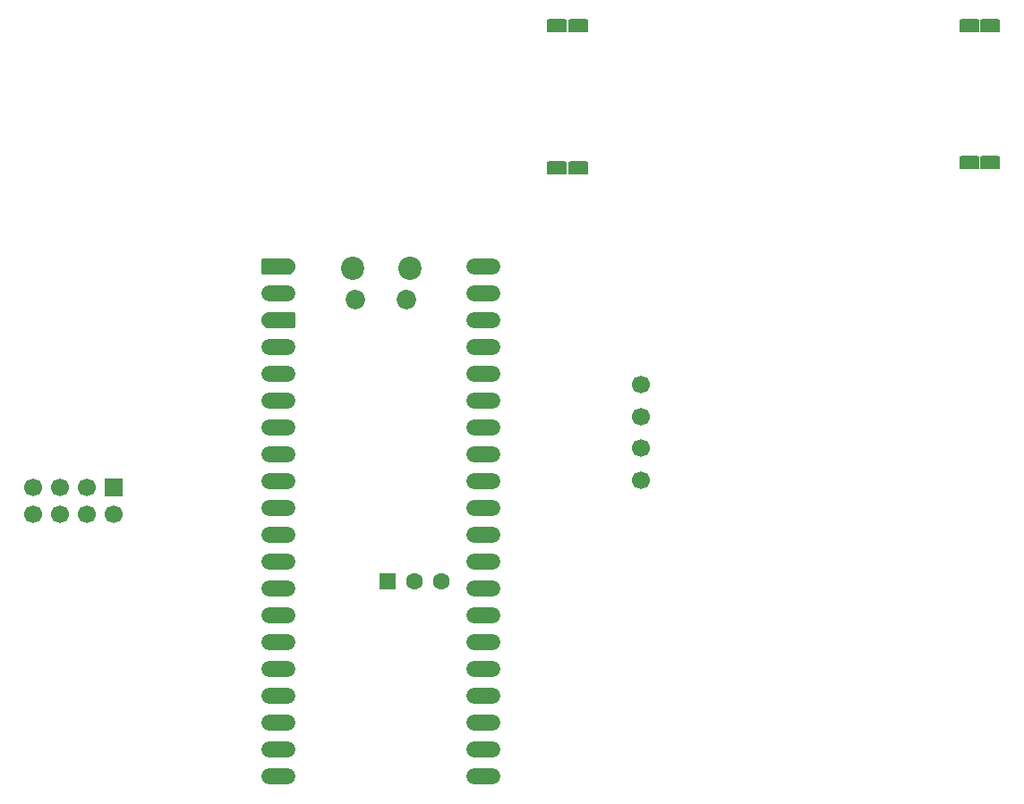
<source format=gbr>
G04 #@! TF.GenerationSoftware,KiCad,Pcbnew,9.0.1*
G04 #@! TF.CreationDate,2025-06-01T14:07:22-05:00*
G04 #@! TF.ProjectId,NUEVO_NODO,4e554556-4f5f-44e4-9f44-4f2e6b696361,rev?*
G04 #@! TF.SameCoordinates,Original*
G04 #@! TF.FileFunction,Soldermask,Bot*
G04 #@! TF.FilePolarity,Negative*
%FSLAX46Y46*%
G04 Gerber Fmt 4.6, Leading zero omitted, Abs format (unit mm)*
G04 Created by KiCad (PCBNEW 9.0.1) date 2025-06-01 14:07:22*
%MOMM*%
%LPD*%
G01*
G04 APERTURE LIST*
G04 Aperture macros list*
%AMRoundRect*
0 Rectangle with rounded corners*
0 $1 Rounding radius*
0 $2 $3 $4 $5 $6 $7 $8 $9 X,Y pos of 4 corners*
0 Add a 4 corners polygon primitive as box body*
4,1,4,$2,$3,$4,$5,$6,$7,$8,$9,$2,$3,0*
0 Add four circle primitives for the rounded corners*
1,1,$1+$1,$2,$3*
1,1,$1+$1,$4,$5*
1,1,$1+$1,$6,$7*
1,1,$1+$1,$8,$9*
0 Add four rect primitives between the rounded corners*
20,1,$1+$1,$2,$3,$4,$5,0*
20,1,$1+$1,$4,$5,$6,$7,0*
20,1,$1+$1,$6,$7,$8,$9,0*
20,1,$1+$1,$8,$9,$2,$3,0*%
%AMFreePoly0*
4,1,37,0.800000,0.796148,0.878414,0.796148,1.032228,0.765552,1.177117,0.705537,1.307515,0.618408,1.418408,0.507515,1.505537,0.377117,1.565552,0.232228,1.596148,0.078414,1.596148,-0.078414,1.565552,-0.232228,1.505537,-0.377117,1.418408,-0.507515,1.307515,-0.618408,1.177117,-0.705537,1.032228,-0.765552,0.878414,-0.796148,0.800000,-0.796148,0.800000,-0.800000,-1.400000,-0.800000,
-1.403843,-0.796157,-1.439018,-0.796157,-1.511114,-0.766294,-1.566294,-0.711114,-1.596157,-0.639018,-1.596157,-0.603843,-1.600000,-0.600000,-1.600000,0.600000,-1.596157,0.603843,-1.596157,0.639018,-1.566294,0.711114,-1.511114,0.766294,-1.439018,0.796157,-1.403843,0.796157,-1.400000,0.800000,0.800000,0.800000,0.800000,0.796148,0.800000,0.796148,$1*%
%AMFreePoly1*
4,1,37,1.403843,0.796157,1.439018,0.796157,1.511114,0.766294,1.566294,0.711114,1.596157,0.639018,1.596157,0.603843,1.600000,0.600000,1.600000,-0.600000,1.596157,-0.603843,1.596157,-0.639018,1.566294,-0.711114,1.511114,-0.766294,1.439018,-0.796157,1.403843,-0.796157,1.400000,-0.800000,-0.800000,-0.800000,-0.800000,-0.796148,-0.878414,-0.796148,-1.032228,-0.765552,-1.177117,-0.705537,
-1.307515,-0.618408,-1.418408,-0.507515,-1.505537,-0.377117,-1.565552,-0.232228,-1.596148,-0.078414,-1.596148,0.078414,-1.565552,0.232228,-1.505537,0.377117,-1.418408,0.507515,-1.307515,0.618408,-1.177117,0.705537,-1.032228,0.765552,-0.878414,0.796148,-0.800000,0.796148,-0.800000,0.800000,1.400000,0.800000,1.403843,0.796157,1.403843,0.796157,$1*%
G04 Aperture macros list end*
%ADD10C,2.200000*%
%ADD11C,1.850000*%
%ADD12FreePoly0,0.000000*%
%ADD13RoundRect,0.800000X-0.800000X-0.000010X0.800000X-0.000010X0.800000X0.000010X-0.800000X0.000010X0*%
%ADD14FreePoly1,0.000000*%
%ADD15RoundRect,0.200000X-0.600000X-0.600000X0.600000X-0.600000X0.600000X0.600000X-0.600000X0.600000X0*%
%ADD16C,1.600000*%
%ADD17R,1.700000X1.700000*%
%ADD18C,1.700000*%
%ADD19RoundRect,0.190500X-0.762000X-0.444500X0.762000X-0.444500X0.762000X0.444500X-0.762000X0.444500X0*%
G04 APERTURE END LIST*
D10*
X99465000Y-87550000D03*
D11*
X99765000Y-90580000D03*
X104615000Y-90580000D03*
D10*
X104915000Y-87550000D03*
D12*
X92500000Y-87420000D03*
D13*
X92500000Y-89960000D03*
D14*
X92500000Y-92500000D03*
D13*
X92500000Y-95040000D03*
X92500000Y-97580000D03*
X92500000Y-100120000D03*
X92500000Y-102660000D03*
X92500000Y-105200000D03*
X92500000Y-107740000D03*
X92500000Y-110280000D03*
X92500000Y-112820000D03*
X92500000Y-115360000D03*
X92500000Y-117900000D03*
X92500000Y-120440000D03*
X92500000Y-122980000D03*
X92500000Y-125520000D03*
X92500000Y-128060000D03*
X92500000Y-130600000D03*
X92500000Y-133140000D03*
X92500000Y-135680000D03*
X111880000Y-135680000D03*
X111880000Y-133140000D03*
X111880000Y-130600000D03*
X111880000Y-128060000D03*
X111880000Y-125520000D03*
X111880000Y-122980000D03*
X111880000Y-120440000D03*
X111880000Y-117900000D03*
X111880000Y-115360000D03*
X111880000Y-112820000D03*
X111880000Y-110280000D03*
X111880000Y-107740000D03*
X111880000Y-105200000D03*
X111880000Y-102660000D03*
X111880000Y-100120000D03*
X111880000Y-97580000D03*
X111880000Y-95040000D03*
X111880000Y-92500000D03*
X111880000Y-89960000D03*
X111880000Y-87420000D03*
D15*
X102774100Y-117250000D03*
D16*
X105314100Y-117250000D03*
X107854100Y-117250000D03*
D17*
X76925000Y-108330500D03*
D18*
X76925000Y-110870500D03*
X74385000Y-108330500D03*
X74385000Y-110870500D03*
X71845000Y-108330500D03*
X71845000Y-110870500D03*
X69305000Y-108330500D03*
X69305000Y-110870500D03*
D19*
X118800000Y-64620000D03*
X120800000Y-64620000D03*
X120800000Y-78120000D03*
X159800000Y-64620000D03*
X159800000Y-77620000D03*
X118800000Y-78120000D03*
X157800000Y-64620000D03*
X157800000Y-77620000D03*
D18*
X126800000Y-107620000D03*
X126800000Y-104620000D03*
X126800000Y-101620000D03*
X126800000Y-98620000D03*
M02*

</source>
